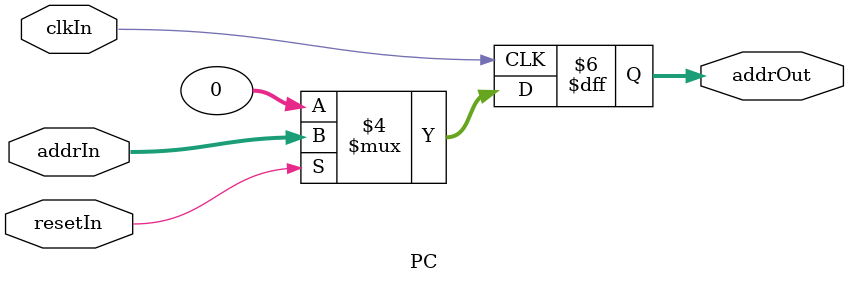
<source format=v>
module PC(
  input clkIn,
  input resetIn,
  input[31:0] addrIn,      //from AddrMUX
  output reg[31:0] addrOut  //to IMem,IFID
);

  always @(posedge clkIn) begin
    if (~resetIn) addrOut<=0;
    else addrOut<=addrIn;
  end
endmodule  
</source>
